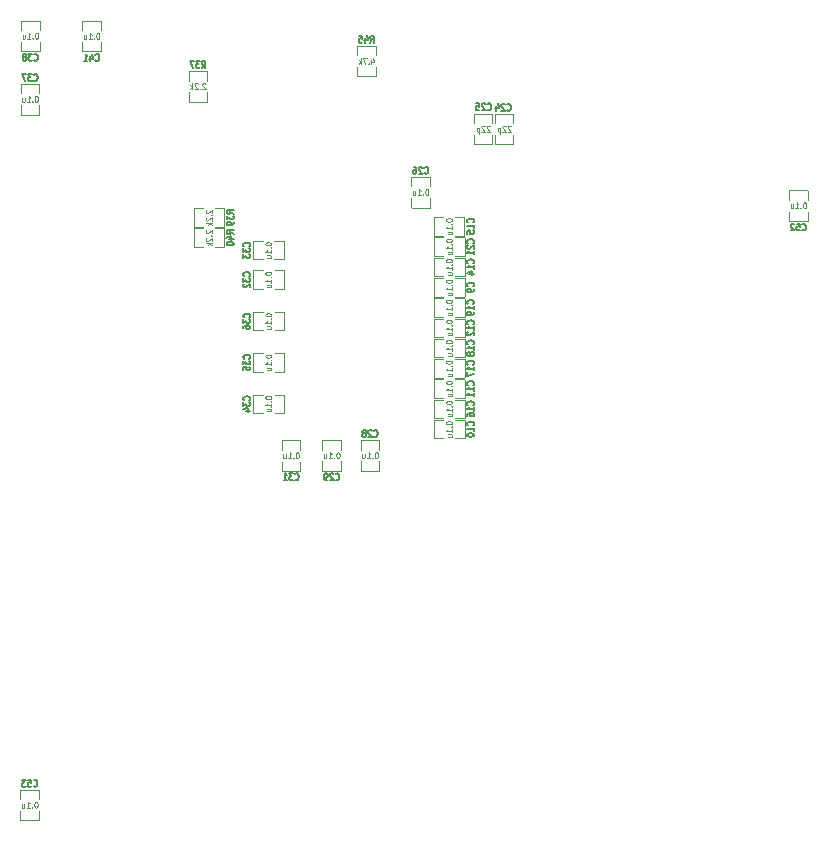
<source format=gbo>
G04 #@! TF.GenerationSoftware,KiCad,Pcbnew,5.1.6+dfsg1-1*
G04 #@! TF.CreationDate,2020-08-04T21:27:51+03:00*
G04 #@! TF.ProjectId,isl_board,69736c5f-626f-4617-9264-2e6b69636164,rev?*
G04 #@! TF.SameCoordinates,Original*
G04 #@! TF.FileFunction,Legend,Bot*
G04 #@! TF.FilePolarity,Positive*
%FSLAX46Y46*%
G04 Gerber Fmt 4.6, Leading zero omitted, Abs format (unit mm)*
G04 Created by KiCad (PCBNEW 5.1.6+dfsg1-1) date 2020-08-04 21:27:51*
%MOMM*%
%LPD*%
G01*
G04 APERTURE LIST*
%ADD10C,0.119380*%
%ADD11C,0.127000*%
%ADD12C,0.114300*%
G04 APERTURE END LIST*
D10*
X24712000Y-95429680D02*
X23188000Y-95429680D01*
X23188000Y-98010320D02*
X24712000Y-98010320D01*
X23165140Y-95437300D02*
X23165140Y-96219620D01*
X23165140Y-97220380D02*
X23165140Y-98002700D01*
X24734860Y-96219620D02*
X24734860Y-95437300D01*
X24734860Y-97220380D02*
X24734860Y-98002700D01*
X88235140Y-45479620D02*
X88235140Y-44697300D01*
X88235140Y-46480380D02*
X88235140Y-47262700D01*
X89804860Y-45479620D02*
X89804860Y-44697300D01*
X89804860Y-47262700D02*
X89804860Y-46480380D01*
X89782000Y-44689680D02*
X88258000Y-44689680D01*
X88258000Y-47270320D02*
X89782000Y-47270320D01*
X58979620Y-53674860D02*
X58197300Y-53674860D01*
X59980380Y-53674860D02*
X60762700Y-53674860D01*
X58979620Y-52105140D02*
X58197300Y-52105140D01*
X60762700Y-52105140D02*
X59980380Y-52105140D01*
X58189680Y-52128000D02*
X58189680Y-53652000D01*
X60770320Y-53652000D02*
X60770320Y-52128000D01*
X58979620Y-65684860D02*
X58197300Y-65684860D01*
X59980380Y-65684860D02*
X60762700Y-65684860D01*
X58979620Y-64115140D02*
X58197300Y-64115140D01*
X60762700Y-64115140D02*
X59980380Y-64115140D01*
X58189680Y-64138000D02*
X58189680Y-65662000D01*
X60770320Y-65662000D02*
X60770320Y-64138000D01*
X58979620Y-62254860D02*
X58197300Y-62254860D01*
X59980380Y-62254860D02*
X60762700Y-62254860D01*
X58979620Y-60685140D02*
X58197300Y-60685140D01*
X60762700Y-60685140D02*
X59980380Y-60685140D01*
X58189680Y-60708000D02*
X58189680Y-62232000D01*
X60770320Y-62232000D02*
X60770320Y-60708000D01*
X58979620Y-57104860D02*
X58197300Y-57104860D01*
X59980380Y-57104860D02*
X60762700Y-57104860D01*
X58979620Y-55535140D02*
X58197300Y-55535140D01*
X60762700Y-55535140D02*
X59980380Y-55535140D01*
X58189680Y-55558000D02*
X58189680Y-57082000D01*
X60770320Y-57082000D02*
X60770320Y-55558000D01*
X58979620Y-51954860D02*
X58197300Y-51954860D01*
X59980380Y-51954860D02*
X60762700Y-51954860D01*
X58979620Y-50385140D02*
X58197300Y-50385140D01*
X60762700Y-50385140D02*
X59980380Y-50385140D01*
X58189680Y-50408000D02*
X58189680Y-51932000D01*
X60770320Y-51932000D02*
X60770320Y-50408000D01*
X58969620Y-48504860D02*
X58187300Y-48504860D01*
X59970380Y-48504860D02*
X60752700Y-48504860D01*
X58969620Y-46935140D02*
X58187300Y-46935140D01*
X60752700Y-46935140D02*
X59970380Y-46935140D01*
X58179680Y-46958000D02*
X58179680Y-48482000D01*
X60760320Y-48482000D02*
X60760320Y-46958000D01*
X58979620Y-63964860D02*
X58197300Y-63964860D01*
X59980380Y-63964860D02*
X60762700Y-63964860D01*
X58979620Y-62395140D02*
X58197300Y-62395140D01*
X60762700Y-62395140D02*
X59980380Y-62395140D01*
X58189680Y-62418000D02*
X58189680Y-63942000D01*
X60770320Y-63942000D02*
X60770320Y-62418000D01*
X58979620Y-60534860D02*
X58197300Y-60534860D01*
X59980380Y-60534860D02*
X60762700Y-60534860D01*
X58979620Y-58965140D02*
X58197300Y-58965140D01*
X60762700Y-58965140D02*
X59980380Y-58965140D01*
X58189680Y-58988000D02*
X58189680Y-60512000D01*
X60770320Y-60512000D02*
X60770320Y-58988000D01*
X58979620Y-58814860D02*
X58197300Y-58814860D01*
X59980380Y-58814860D02*
X60762700Y-58814860D01*
X58979620Y-57245140D02*
X58197300Y-57245140D01*
X60762700Y-57245140D02*
X59980380Y-57245140D01*
X58189680Y-57268000D02*
X58189680Y-58792000D01*
X60770320Y-58792000D02*
X60770320Y-57268000D01*
X58979620Y-55384860D02*
X58197300Y-55384860D01*
X59980380Y-55384860D02*
X60762700Y-55384860D01*
X58979620Y-53815140D02*
X58197300Y-53815140D01*
X60762700Y-53815140D02*
X59980380Y-53815140D01*
X58189680Y-53838000D02*
X58189680Y-55362000D01*
X60770320Y-55362000D02*
X60770320Y-53838000D01*
X58979620Y-50234860D02*
X58197300Y-50234860D01*
X59980380Y-50234860D02*
X60762700Y-50234860D01*
X58979620Y-48665140D02*
X58197300Y-48665140D01*
X60762700Y-48665140D02*
X59980380Y-48665140D01*
X58189680Y-48688000D02*
X58189680Y-50212000D01*
X60770320Y-50212000D02*
X60770320Y-48688000D01*
X63335140Y-38979620D02*
X63335140Y-38197300D01*
X63335140Y-39980380D02*
X63335140Y-40762700D01*
X64904860Y-38979620D02*
X64904860Y-38197300D01*
X64904860Y-40762700D02*
X64904860Y-39980380D01*
X64882000Y-38189680D02*
X63358000Y-38189680D01*
X63358000Y-40770320D02*
X64882000Y-40770320D01*
X61555140Y-38979620D02*
X61555140Y-38197300D01*
X61555140Y-39980380D02*
X61555140Y-40762700D01*
X63124860Y-38979620D02*
X63124860Y-38197300D01*
X63124860Y-40762700D02*
X63124860Y-39980380D01*
X63102000Y-38189680D02*
X61578000Y-38189680D01*
X61578000Y-40770320D02*
X63102000Y-40770320D01*
X57824860Y-45340380D02*
X57824860Y-46122700D01*
X57824860Y-44339620D02*
X57824860Y-43557300D01*
X56255140Y-45340380D02*
X56255140Y-46122700D01*
X56255140Y-43557300D02*
X56255140Y-44339620D01*
X56278000Y-46130320D02*
X57802000Y-46130320D01*
X57802000Y-43549680D02*
X56278000Y-43549680D01*
X53544860Y-67630380D02*
X53544860Y-68412700D01*
X53544860Y-66629620D02*
X53544860Y-65847300D01*
X51975140Y-67630380D02*
X51975140Y-68412700D01*
X51975140Y-65847300D02*
X51975140Y-66629620D01*
X51998000Y-68420320D02*
X53522000Y-68420320D01*
X53522000Y-65839680D02*
X51998000Y-65839680D01*
X48735140Y-66629620D02*
X48735140Y-65847300D01*
X48735140Y-67630380D02*
X48735140Y-68412700D01*
X50304860Y-66629620D02*
X50304860Y-65847300D01*
X50304860Y-68412700D02*
X50304860Y-67630380D01*
X50282000Y-65839680D02*
X48758000Y-65839680D01*
X48758000Y-68420320D02*
X50282000Y-68420320D01*
X45295140Y-66639620D02*
X45295140Y-65857300D01*
X45295140Y-67640380D02*
X45295140Y-68422700D01*
X46864860Y-66639620D02*
X46864860Y-65857300D01*
X46864860Y-68422700D02*
X46864860Y-67640380D01*
X46842000Y-65849680D02*
X45318000Y-65849680D01*
X45318000Y-68430320D02*
X46842000Y-68430320D01*
X44680380Y-51455140D02*
X45462700Y-51455140D01*
X43679620Y-51455140D02*
X42897300Y-51455140D01*
X44680380Y-53024860D02*
X45462700Y-53024860D01*
X42897300Y-53024860D02*
X43679620Y-53024860D01*
X45470320Y-53002000D02*
X45470320Y-51478000D01*
X42889680Y-51478000D02*
X42889680Y-53002000D01*
X44670380Y-48955140D02*
X45452700Y-48955140D01*
X43669620Y-48955140D02*
X42887300Y-48955140D01*
X44670380Y-50524860D02*
X45452700Y-50524860D01*
X42887300Y-50524860D02*
X43669620Y-50524860D01*
X45460320Y-50502000D02*
X45460320Y-48978000D01*
X42879680Y-48978000D02*
X42879680Y-50502000D01*
X44680380Y-61965140D02*
X45462700Y-61965140D01*
X43679620Y-61965140D02*
X42897300Y-61965140D01*
X44680380Y-63534860D02*
X45462700Y-63534860D01*
X42897300Y-63534860D02*
X43679620Y-63534860D01*
X45470320Y-63512000D02*
X45470320Y-61988000D01*
X42889680Y-61988000D02*
X42889680Y-63512000D01*
X44680380Y-58465140D02*
X45462700Y-58465140D01*
X43679620Y-58465140D02*
X42897300Y-58465140D01*
X44680380Y-60034860D02*
X45462700Y-60034860D01*
X42897300Y-60034860D02*
X43679620Y-60034860D01*
X45470320Y-60012000D02*
X45470320Y-58488000D01*
X42889680Y-58488000D02*
X42889680Y-60012000D01*
X44680380Y-54965140D02*
X45462700Y-54965140D01*
X43679620Y-54965140D02*
X42897300Y-54965140D01*
X44680380Y-56534860D02*
X45462700Y-56534860D01*
X42897300Y-56534860D02*
X43679620Y-56534860D01*
X45470320Y-56512000D02*
X45470320Y-54988000D01*
X42889680Y-54988000D02*
X42889680Y-56512000D01*
X24754913Y-37473223D02*
X24754913Y-38255543D01*
X24754913Y-36472463D02*
X24754913Y-35690143D01*
X23185193Y-37473223D02*
X23185193Y-38255543D01*
X23185193Y-35690143D02*
X23185193Y-36472463D01*
X23208053Y-38263163D02*
X24732053Y-38263163D01*
X24732053Y-35682523D02*
X23208053Y-35682523D01*
X23215193Y-31102463D02*
X23215193Y-30320143D01*
X23215193Y-32103223D02*
X23215193Y-32885543D01*
X24784913Y-31102463D02*
X24784913Y-30320143D01*
X24784913Y-32885543D02*
X24784913Y-32103223D01*
X24762053Y-30312523D02*
X23238053Y-30312523D01*
X23238053Y-32893163D02*
X24762053Y-32893163D01*
X28405193Y-31122463D02*
X28405193Y-30340143D01*
X28405193Y-32123223D02*
X28405193Y-32905543D01*
X29974913Y-31122463D02*
X29974913Y-30340143D01*
X29974913Y-32905543D02*
X29974913Y-32123223D01*
X29952053Y-30332523D02*
X28428053Y-30332523D01*
X28428053Y-32913163D02*
X29952053Y-32913163D01*
X38952000Y-34591680D02*
X37428000Y-34591680D01*
X37428000Y-37172320D02*
X38952000Y-37172320D01*
X37405140Y-34599300D02*
X37405140Y-35381620D01*
X37405140Y-36382380D02*
X37405140Y-37164700D01*
X38974860Y-35381620D02*
X38974860Y-34599300D01*
X38974860Y-36382380D02*
X38974860Y-37164700D01*
X38619620Y-47754860D02*
X37837300Y-47754860D01*
X39620380Y-47754860D02*
X40402700Y-47754860D01*
X38619620Y-46185140D02*
X37837300Y-46185140D01*
X40402700Y-46185140D02*
X39620380Y-46185140D01*
X37829680Y-46208000D02*
X37829680Y-47732000D01*
X40410320Y-47732000D02*
X40410320Y-46208000D01*
X38629620Y-49474860D02*
X37847300Y-49474860D01*
X39630380Y-49474860D02*
X40412700Y-49474860D01*
X38629620Y-47905140D02*
X37847300Y-47905140D01*
X40412700Y-47905140D02*
X39630380Y-47905140D01*
X37839680Y-47928000D02*
X37839680Y-49452000D01*
X40420320Y-49452000D02*
X40420320Y-47928000D01*
X53244860Y-34240380D02*
X53244860Y-35022700D01*
X53244860Y-33239620D02*
X53244860Y-32457300D01*
X51675140Y-34240380D02*
X51675140Y-35022700D01*
X51675140Y-32457300D02*
X51675140Y-33239620D01*
X51698000Y-35030320D02*
X53222000Y-35030320D01*
X53222000Y-32449680D02*
X51698000Y-32449680D01*
D11*
X24276571Y-95099842D02*
X24300761Y-95127661D01*
X24373333Y-95155480D01*
X24421714Y-95155480D01*
X24494285Y-95127661D01*
X24542666Y-95072023D01*
X24566857Y-95016385D01*
X24591047Y-94905109D01*
X24591047Y-94821652D01*
X24566857Y-94710376D01*
X24542666Y-94654738D01*
X24494285Y-94599100D01*
X24421714Y-94571280D01*
X24373333Y-94571280D01*
X24300761Y-94599100D01*
X24276571Y-94626919D01*
X23816952Y-94571280D02*
X24058857Y-94571280D01*
X24083047Y-94849471D01*
X24058857Y-94821652D01*
X24010476Y-94793833D01*
X23889523Y-94793833D01*
X23841142Y-94821652D01*
X23816952Y-94849471D01*
X23792761Y-94905109D01*
X23792761Y-95044204D01*
X23816952Y-95099842D01*
X23841142Y-95127661D01*
X23889523Y-95155480D01*
X24010476Y-95155480D01*
X24058857Y-95127661D01*
X24083047Y-95099842D01*
X23623428Y-94571280D02*
X23308952Y-94571280D01*
X23478285Y-94793833D01*
X23405714Y-94793833D01*
X23357333Y-94821652D01*
X23333142Y-94849471D01*
X23308952Y-94905109D01*
X23308952Y-95044204D01*
X23333142Y-95099842D01*
X23357333Y-95127661D01*
X23405714Y-95155480D01*
X23550857Y-95155480D01*
X23599238Y-95127661D01*
X23623428Y-95099842D01*
D12*
X24505171Y-96441809D02*
X24461628Y-96441809D01*
X24418085Y-96466000D01*
X24396314Y-96490190D01*
X24374542Y-96538571D01*
X24352771Y-96635333D01*
X24352771Y-96756285D01*
X24374542Y-96853047D01*
X24396314Y-96901428D01*
X24418085Y-96925619D01*
X24461628Y-96949809D01*
X24505171Y-96949809D01*
X24548714Y-96925619D01*
X24570485Y-96901428D01*
X24592257Y-96853047D01*
X24614028Y-96756285D01*
X24614028Y-96635333D01*
X24592257Y-96538571D01*
X24570485Y-96490190D01*
X24548714Y-96466000D01*
X24505171Y-96441809D01*
X24156828Y-96901428D02*
X24135057Y-96925619D01*
X24156828Y-96949809D01*
X24178600Y-96925619D01*
X24156828Y-96901428D01*
X24156828Y-96949809D01*
X23699628Y-96949809D02*
X23960885Y-96949809D01*
X23830257Y-96949809D02*
X23830257Y-96441809D01*
X23873800Y-96514380D01*
X23917342Y-96562761D01*
X23960885Y-96586952D01*
X23307742Y-96611142D02*
X23307742Y-96949809D01*
X23503685Y-96611142D02*
X23503685Y-96877238D01*
X23481914Y-96925619D01*
X23438371Y-96949809D01*
X23373057Y-96949809D01*
X23329514Y-96925619D01*
X23307742Y-96901428D01*
D11*
X89346571Y-48017442D02*
X89370761Y-48045261D01*
X89443333Y-48073080D01*
X89491714Y-48073080D01*
X89564285Y-48045261D01*
X89612666Y-47989623D01*
X89636857Y-47933985D01*
X89661047Y-47822709D01*
X89661047Y-47739252D01*
X89636857Y-47627976D01*
X89612666Y-47572338D01*
X89564285Y-47516700D01*
X89491714Y-47488880D01*
X89443333Y-47488880D01*
X89370761Y-47516700D01*
X89346571Y-47544519D01*
X88886952Y-47488880D02*
X89128857Y-47488880D01*
X89153047Y-47767071D01*
X89128857Y-47739252D01*
X89080476Y-47711433D01*
X88959523Y-47711433D01*
X88911142Y-47739252D01*
X88886952Y-47767071D01*
X88862761Y-47822709D01*
X88862761Y-47961804D01*
X88886952Y-48017442D01*
X88911142Y-48045261D01*
X88959523Y-48073080D01*
X89080476Y-48073080D01*
X89128857Y-48045261D01*
X89153047Y-48017442D01*
X88669238Y-47544519D02*
X88645047Y-47516700D01*
X88596666Y-47488880D01*
X88475714Y-47488880D01*
X88427333Y-47516700D01*
X88403142Y-47544519D01*
X88378952Y-47600157D01*
X88378952Y-47655795D01*
X88403142Y-47739252D01*
X88693428Y-48073080D01*
X88378952Y-48073080D01*
D12*
X89575171Y-45701809D02*
X89531628Y-45701809D01*
X89488085Y-45726000D01*
X89466314Y-45750190D01*
X89444542Y-45798571D01*
X89422771Y-45895333D01*
X89422771Y-46016285D01*
X89444542Y-46113047D01*
X89466314Y-46161428D01*
X89488085Y-46185619D01*
X89531628Y-46209809D01*
X89575171Y-46209809D01*
X89618714Y-46185619D01*
X89640485Y-46161428D01*
X89662257Y-46113047D01*
X89684028Y-46016285D01*
X89684028Y-45895333D01*
X89662257Y-45798571D01*
X89640485Y-45750190D01*
X89618714Y-45726000D01*
X89575171Y-45701809D01*
X89226828Y-46161428D02*
X89205057Y-46185619D01*
X89226828Y-46209809D01*
X89248600Y-46185619D01*
X89226828Y-46161428D01*
X89226828Y-46209809D01*
X88769628Y-46209809D02*
X89030885Y-46209809D01*
X88900257Y-46209809D02*
X88900257Y-45701809D01*
X88943800Y-45774380D01*
X88987342Y-45822761D01*
X89030885Y-45846952D01*
X88377742Y-45871142D02*
X88377742Y-46209809D01*
X88573685Y-45871142D02*
X88573685Y-46137238D01*
X88551914Y-46185619D01*
X88508371Y-46209809D01*
X88443057Y-46209809D01*
X88399514Y-46185619D01*
X88377742Y-46161428D01*
D11*
X61517442Y-52805333D02*
X61545261Y-52781142D01*
X61573080Y-52708571D01*
X61573080Y-52660190D01*
X61545261Y-52587619D01*
X61489623Y-52539238D01*
X61433985Y-52515047D01*
X61322709Y-52490857D01*
X61239252Y-52490857D01*
X61127976Y-52515047D01*
X61072338Y-52539238D01*
X61016700Y-52587619D01*
X60988880Y-52660190D01*
X60988880Y-52708571D01*
X61016700Y-52781142D01*
X61044519Y-52805333D01*
X61573080Y-53047238D02*
X61573080Y-53144000D01*
X61545261Y-53192380D01*
X61517442Y-53216571D01*
X61433985Y-53264952D01*
X61322709Y-53289142D01*
X61100157Y-53289142D01*
X61044519Y-53264952D01*
X61016700Y-53240761D01*
X60988880Y-53192380D01*
X60988880Y-53095619D01*
X61016700Y-53047238D01*
X61044519Y-53023047D01*
X61100157Y-52998857D01*
X61239252Y-52998857D01*
X61294890Y-53023047D01*
X61322709Y-53047238D01*
X61350528Y-53095619D01*
X61350528Y-53192380D01*
X61322709Y-53240761D01*
X61294890Y-53264952D01*
X61239252Y-53289142D01*
D12*
X59201809Y-52334828D02*
X59201809Y-52378371D01*
X59226000Y-52421914D01*
X59250190Y-52443685D01*
X59298571Y-52465457D01*
X59395333Y-52487228D01*
X59516285Y-52487228D01*
X59613047Y-52465457D01*
X59661428Y-52443685D01*
X59685619Y-52421914D01*
X59709809Y-52378371D01*
X59709809Y-52334828D01*
X59685619Y-52291285D01*
X59661428Y-52269514D01*
X59613047Y-52247742D01*
X59516285Y-52225971D01*
X59395333Y-52225971D01*
X59298571Y-52247742D01*
X59250190Y-52269514D01*
X59226000Y-52291285D01*
X59201809Y-52334828D01*
X59661428Y-52683171D02*
X59685619Y-52704942D01*
X59709809Y-52683171D01*
X59685619Y-52661400D01*
X59661428Y-52683171D01*
X59709809Y-52683171D01*
X59709809Y-53140371D02*
X59709809Y-52879114D01*
X59709809Y-53009742D02*
X59201809Y-53009742D01*
X59274380Y-52966200D01*
X59322761Y-52922657D01*
X59346952Y-52879114D01*
X59371142Y-53532257D02*
X59709809Y-53532257D01*
X59371142Y-53336314D02*
X59637238Y-53336314D01*
X59685619Y-53358085D01*
X59709809Y-53401628D01*
X59709809Y-53466942D01*
X59685619Y-53510485D01*
X59661428Y-53532257D01*
D11*
X61517442Y-64573428D02*
X61545261Y-64549238D01*
X61573080Y-64476666D01*
X61573080Y-64428285D01*
X61545261Y-64355714D01*
X61489623Y-64307333D01*
X61433985Y-64283142D01*
X61322709Y-64258952D01*
X61239252Y-64258952D01*
X61127976Y-64283142D01*
X61072338Y-64307333D01*
X61016700Y-64355714D01*
X60988880Y-64428285D01*
X60988880Y-64476666D01*
X61016700Y-64549238D01*
X61044519Y-64573428D01*
X61573080Y-65057238D02*
X61573080Y-64766952D01*
X61573080Y-64912095D02*
X60988880Y-64912095D01*
X61072338Y-64863714D01*
X61127976Y-64815333D01*
X61155795Y-64766952D01*
X60988880Y-65371714D02*
X60988880Y-65420095D01*
X61016700Y-65468476D01*
X61044519Y-65492666D01*
X61100157Y-65516857D01*
X61211433Y-65541047D01*
X61350528Y-65541047D01*
X61461804Y-65516857D01*
X61517442Y-65492666D01*
X61545261Y-65468476D01*
X61573080Y-65420095D01*
X61573080Y-65371714D01*
X61545261Y-65323333D01*
X61517442Y-65299142D01*
X61461804Y-65274952D01*
X61350528Y-65250761D01*
X61211433Y-65250761D01*
X61100157Y-65274952D01*
X61044519Y-65299142D01*
X61016700Y-65323333D01*
X60988880Y-65371714D01*
D12*
X59201809Y-64344828D02*
X59201809Y-64388371D01*
X59226000Y-64431914D01*
X59250190Y-64453685D01*
X59298571Y-64475457D01*
X59395333Y-64497228D01*
X59516285Y-64497228D01*
X59613047Y-64475457D01*
X59661428Y-64453685D01*
X59685619Y-64431914D01*
X59709809Y-64388371D01*
X59709809Y-64344828D01*
X59685619Y-64301285D01*
X59661428Y-64279514D01*
X59613047Y-64257742D01*
X59516285Y-64235971D01*
X59395333Y-64235971D01*
X59298571Y-64257742D01*
X59250190Y-64279514D01*
X59226000Y-64301285D01*
X59201809Y-64344828D01*
X59661428Y-64693171D02*
X59685619Y-64714942D01*
X59709809Y-64693171D01*
X59685619Y-64671400D01*
X59661428Y-64693171D01*
X59709809Y-64693171D01*
X59709809Y-65150371D02*
X59709809Y-64889114D01*
X59709809Y-65019742D02*
X59201809Y-65019742D01*
X59274380Y-64976200D01*
X59322761Y-64932657D01*
X59346952Y-64889114D01*
X59371142Y-65542257D02*
X59709809Y-65542257D01*
X59371142Y-65346314D02*
X59637238Y-65346314D01*
X59685619Y-65368085D01*
X59709809Y-65411628D01*
X59709809Y-65476942D01*
X59685619Y-65520485D01*
X59661428Y-65542257D01*
D11*
X61517442Y-61143428D02*
X61545261Y-61119238D01*
X61573080Y-61046666D01*
X61573080Y-60998285D01*
X61545261Y-60925714D01*
X61489623Y-60877333D01*
X61433985Y-60853142D01*
X61322709Y-60828952D01*
X61239252Y-60828952D01*
X61127976Y-60853142D01*
X61072338Y-60877333D01*
X61016700Y-60925714D01*
X60988880Y-60998285D01*
X60988880Y-61046666D01*
X61016700Y-61119238D01*
X61044519Y-61143428D01*
X61573080Y-61627238D02*
X61573080Y-61336952D01*
X61573080Y-61482095D02*
X60988880Y-61482095D01*
X61072338Y-61433714D01*
X61127976Y-61385333D01*
X61155795Y-61336952D01*
X61573080Y-62111047D02*
X61573080Y-61820761D01*
X61573080Y-61965904D02*
X60988880Y-61965904D01*
X61072338Y-61917523D01*
X61127976Y-61869142D01*
X61155795Y-61820761D01*
D12*
X59201809Y-60914828D02*
X59201809Y-60958371D01*
X59226000Y-61001914D01*
X59250190Y-61023685D01*
X59298571Y-61045457D01*
X59395333Y-61067228D01*
X59516285Y-61067228D01*
X59613047Y-61045457D01*
X59661428Y-61023685D01*
X59685619Y-61001914D01*
X59709809Y-60958371D01*
X59709809Y-60914828D01*
X59685619Y-60871285D01*
X59661428Y-60849514D01*
X59613047Y-60827742D01*
X59516285Y-60805971D01*
X59395333Y-60805971D01*
X59298571Y-60827742D01*
X59250190Y-60849514D01*
X59226000Y-60871285D01*
X59201809Y-60914828D01*
X59661428Y-61263171D02*
X59685619Y-61284942D01*
X59709809Y-61263171D01*
X59685619Y-61241400D01*
X59661428Y-61263171D01*
X59709809Y-61263171D01*
X59709809Y-61720371D02*
X59709809Y-61459114D01*
X59709809Y-61589742D02*
X59201809Y-61589742D01*
X59274380Y-61546200D01*
X59322761Y-61502657D01*
X59346952Y-61459114D01*
X59371142Y-62112257D02*
X59709809Y-62112257D01*
X59371142Y-61916314D02*
X59637238Y-61916314D01*
X59685619Y-61938085D01*
X59709809Y-61981628D01*
X59709809Y-62046942D01*
X59685619Y-62090485D01*
X59661428Y-62112257D01*
D11*
X61517442Y-55993428D02*
X61545261Y-55969238D01*
X61573080Y-55896666D01*
X61573080Y-55848285D01*
X61545261Y-55775714D01*
X61489623Y-55727333D01*
X61433985Y-55703142D01*
X61322709Y-55678952D01*
X61239252Y-55678952D01*
X61127976Y-55703142D01*
X61072338Y-55727333D01*
X61016700Y-55775714D01*
X60988880Y-55848285D01*
X60988880Y-55896666D01*
X61016700Y-55969238D01*
X61044519Y-55993428D01*
X61573080Y-56477238D02*
X61573080Y-56186952D01*
X61573080Y-56332095D02*
X60988880Y-56332095D01*
X61072338Y-56283714D01*
X61127976Y-56235333D01*
X61155795Y-56186952D01*
X61044519Y-56670761D02*
X61016700Y-56694952D01*
X60988880Y-56743333D01*
X60988880Y-56864285D01*
X61016700Y-56912666D01*
X61044519Y-56936857D01*
X61100157Y-56961047D01*
X61155795Y-56961047D01*
X61239252Y-56936857D01*
X61573080Y-56646571D01*
X61573080Y-56961047D01*
D12*
X59201809Y-55764828D02*
X59201809Y-55808371D01*
X59226000Y-55851914D01*
X59250190Y-55873685D01*
X59298571Y-55895457D01*
X59395333Y-55917228D01*
X59516285Y-55917228D01*
X59613047Y-55895457D01*
X59661428Y-55873685D01*
X59685619Y-55851914D01*
X59709809Y-55808371D01*
X59709809Y-55764828D01*
X59685619Y-55721285D01*
X59661428Y-55699514D01*
X59613047Y-55677742D01*
X59516285Y-55655971D01*
X59395333Y-55655971D01*
X59298571Y-55677742D01*
X59250190Y-55699514D01*
X59226000Y-55721285D01*
X59201809Y-55764828D01*
X59661428Y-56113171D02*
X59685619Y-56134942D01*
X59709809Y-56113171D01*
X59685619Y-56091400D01*
X59661428Y-56113171D01*
X59709809Y-56113171D01*
X59709809Y-56570371D02*
X59709809Y-56309114D01*
X59709809Y-56439742D02*
X59201809Y-56439742D01*
X59274380Y-56396200D01*
X59322761Y-56352657D01*
X59346952Y-56309114D01*
X59371142Y-56962257D02*
X59709809Y-56962257D01*
X59371142Y-56766314D02*
X59637238Y-56766314D01*
X59685619Y-56788085D01*
X59709809Y-56831628D01*
X59709809Y-56896942D01*
X59685619Y-56940485D01*
X59661428Y-56962257D01*
D11*
X61517442Y-50843428D02*
X61545261Y-50819238D01*
X61573080Y-50746666D01*
X61573080Y-50698285D01*
X61545261Y-50625714D01*
X61489623Y-50577333D01*
X61433985Y-50553142D01*
X61322709Y-50528952D01*
X61239252Y-50528952D01*
X61127976Y-50553142D01*
X61072338Y-50577333D01*
X61016700Y-50625714D01*
X60988880Y-50698285D01*
X60988880Y-50746666D01*
X61016700Y-50819238D01*
X61044519Y-50843428D01*
X61573080Y-51327238D02*
X61573080Y-51036952D01*
X61573080Y-51182095D02*
X60988880Y-51182095D01*
X61072338Y-51133714D01*
X61127976Y-51085333D01*
X61155795Y-51036952D01*
X61183614Y-51762666D02*
X61573080Y-51762666D01*
X60961061Y-51641714D02*
X61378347Y-51520761D01*
X61378347Y-51835238D01*
D12*
X59201809Y-50614828D02*
X59201809Y-50658371D01*
X59226000Y-50701914D01*
X59250190Y-50723685D01*
X59298571Y-50745457D01*
X59395333Y-50767228D01*
X59516285Y-50767228D01*
X59613047Y-50745457D01*
X59661428Y-50723685D01*
X59685619Y-50701914D01*
X59709809Y-50658371D01*
X59709809Y-50614828D01*
X59685619Y-50571285D01*
X59661428Y-50549514D01*
X59613047Y-50527742D01*
X59516285Y-50505971D01*
X59395333Y-50505971D01*
X59298571Y-50527742D01*
X59250190Y-50549514D01*
X59226000Y-50571285D01*
X59201809Y-50614828D01*
X59661428Y-50963171D02*
X59685619Y-50984942D01*
X59709809Y-50963171D01*
X59685619Y-50941400D01*
X59661428Y-50963171D01*
X59709809Y-50963171D01*
X59709809Y-51420371D02*
X59709809Y-51159114D01*
X59709809Y-51289742D02*
X59201809Y-51289742D01*
X59274380Y-51246200D01*
X59322761Y-51202657D01*
X59346952Y-51159114D01*
X59371142Y-51812257D02*
X59709809Y-51812257D01*
X59371142Y-51616314D02*
X59637238Y-51616314D01*
X59685619Y-51638085D01*
X59709809Y-51681628D01*
X59709809Y-51746942D01*
X59685619Y-51790485D01*
X59661428Y-51812257D01*
D11*
X61507442Y-47393428D02*
X61535261Y-47369238D01*
X61563080Y-47296666D01*
X61563080Y-47248285D01*
X61535261Y-47175714D01*
X61479623Y-47127333D01*
X61423985Y-47103142D01*
X61312709Y-47078952D01*
X61229252Y-47078952D01*
X61117976Y-47103142D01*
X61062338Y-47127333D01*
X61006700Y-47175714D01*
X60978880Y-47248285D01*
X60978880Y-47296666D01*
X61006700Y-47369238D01*
X61034519Y-47393428D01*
X61563080Y-47877238D02*
X61563080Y-47586952D01*
X61563080Y-47732095D02*
X60978880Y-47732095D01*
X61062338Y-47683714D01*
X61117976Y-47635333D01*
X61145795Y-47586952D01*
X60978880Y-48336857D02*
X60978880Y-48094952D01*
X61257071Y-48070761D01*
X61229252Y-48094952D01*
X61201433Y-48143333D01*
X61201433Y-48264285D01*
X61229252Y-48312666D01*
X61257071Y-48336857D01*
X61312709Y-48361047D01*
X61451804Y-48361047D01*
X61507442Y-48336857D01*
X61535261Y-48312666D01*
X61563080Y-48264285D01*
X61563080Y-48143333D01*
X61535261Y-48094952D01*
X61507442Y-48070761D01*
D12*
X59191809Y-47164828D02*
X59191809Y-47208371D01*
X59216000Y-47251914D01*
X59240190Y-47273685D01*
X59288571Y-47295457D01*
X59385333Y-47317228D01*
X59506285Y-47317228D01*
X59603047Y-47295457D01*
X59651428Y-47273685D01*
X59675619Y-47251914D01*
X59699809Y-47208371D01*
X59699809Y-47164828D01*
X59675619Y-47121285D01*
X59651428Y-47099514D01*
X59603047Y-47077742D01*
X59506285Y-47055971D01*
X59385333Y-47055971D01*
X59288571Y-47077742D01*
X59240190Y-47099514D01*
X59216000Y-47121285D01*
X59191809Y-47164828D01*
X59651428Y-47513171D02*
X59675619Y-47534942D01*
X59699809Y-47513171D01*
X59675619Y-47491400D01*
X59651428Y-47513171D01*
X59699809Y-47513171D01*
X59699809Y-47970371D02*
X59699809Y-47709114D01*
X59699809Y-47839742D02*
X59191809Y-47839742D01*
X59264380Y-47796200D01*
X59312761Y-47752657D01*
X59336952Y-47709114D01*
X59361142Y-48362257D02*
X59699809Y-48362257D01*
X59361142Y-48166314D02*
X59627238Y-48166314D01*
X59675619Y-48188085D01*
X59699809Y-48231628D01*
X59699809Y-48296942D01*
X59675619Y-48340485D01*
X59651428Y-48362257D01*
D11*
X61517442Y-62853428D02*
X61545261Y-62829238D01*
X61573080Y-62756666D01*
X61573080Y-62708285D01*
X61545261Y-62635714D01*
X61489623Y-62587333D01*
X61433985Y-62563142D01*
X61322709Y-62538952D01*
X61239252Y-62538952D01*
X61127976Y-62563142D01*
X61072338Y-62587333D01*
X61016700Y-62635714D01*
X60988880Y-62708285D01*
X60988880Y-62756666D01*
X61016700Y-62829238D01*
X61044519Y-62853428D01*
X61573080Y-63337238D02*
X61573080Y-63046952D01*
X61573080Y-63192095D02*
X60988880Y-63192095D01*
X61072338Y-63143714D01*
X61127976Y-63095333D01*
X61155795Y-63046952D01*
X60988880Y-63772666D02*
X60988880Y-63675904D01*
X61016700Y-63627523D01*
X61044519Y-63603333D01*
X61127976Y-63554952D01*
X61239252Y-63530761D01*
X61461804Y-63530761D01*
X61517442Y-63554952D01*
X61545261Y-63579142D01*
X61573080Y-63627523D01*
X61573080Y-63724285D01*
X61545261Y-63772666D01*
X61517442Y-63796857D01*
X61461804Y-63821047D01*
X61322709Y-63821047D01*
X61267071Y-63796857D01*
X61239252Y-63772666D01*
X61211433Y-63724285D01*
X61211433Y-63627523D01*
X61239252Y-63579142D01*
X61267071Y-63554952D01*
X61322709Y-63530761D01*
D12*
X59201809Y-62624828D02*
X59201809Y-62668371D01*
X59226000Y-62711914D01*
X59250190Y-62733685D01*
X59298571Y-62755457D01*
X59395333Y-62777228D01*
X59516285Y-62777228D01*
X59613047Y-62755457D01*
X59661428Y-62733685D01*
X59685619Y-62711914D01*
X59709809Y-62668371D01*
X59709809Y-62624828D01*
X59685619Y-62581285D01*
X59661428Y-62559514D01*
X59613047Y-62537742D01*
X59516285Y-62515971D01*
X59395333Y-62515971D01*
X59298571Y-62537742D01*
X59250190Y-62559514D01*
X59226000Y-62581285D01*
X59201809Y-62624828D01*
X59661428Y-62973171D02*
X59685619Y-62994942D01*
X59709809Y-62973171D01*
X59685619Y-62951400D01*
X59661428Y-62973171D01*
X59709809Y-62973171D01*
X59709809Y-63430371D02*
X59709809Y-63169114D01*
X59709809Y-63299742D02*
X59201809Y-63299742D01*
X59274380Y-63256200D01*
X59322761Y-63212657D01*
X59346952Y-63169114D01*
X59371142Y-63822257D02*
X59709809Y-63822257D01*
X59371142Y-63626314D02*
X59637238Y-63626314D01*
X59685619Y-63648085D01*
X59709809Y-63691628D01*
X59709809Y-63756942D01*
X59685619Y-63800485D01*
X59661428Y-63822257D01*
D11*
X61517442Y-59423428D02*
X61545261Y-59399238D01*
X61573080Y-59326666D01*
X61573080Y-59278285D01*
X61545261Y-59205714D01*
X61489623Y-59157333D01*
X61433985Y-59133142D01*
X61322709Y-59108952D01*
X61239252Y-59108952D01*
X61127976Y-59133142D01*
X61072338Y-59157333D01*
X61016700Y-59205714D01*
X60988880Y-59278285D01*
X60988880Y-59326666D01*
X61016700Y-59399238D01*
X61044519Y-59423428D01*
X61573080Y-59907238D02*
X61573080Y-59616952D01*
X61573080Y-59762095D02*
X60988880Y-59762095D01*
X61072338Y-59713714D01*
X61127976Y-59665333D01*
X61155795Y-59616952D01*
X60988880Y-60076571D02*
X60988880Y-60415238D01*
X61573080Y-60197523D01*
D12*
X59201809Y-59194828D02*
X59201809Y-59238371D01*
X59226000Y-59281914D01*
X59250190Y-59303685D01*
X59298571Y-59325457D01*
X59395333Y-59347228D01*
X59516285Y-59347228D01*
X59613047Y-59325457D01*
X59661428Y-59303685D01*
X59685619Y-59281914D01*
X59709809Y-59238371D01*
X59709809Y-59194828D01*
X59685619Y-59151285D01*
X59661428Y-59129514D01*
X59613047Y-59107742D01*
X59516285Y-59085971D01*
X59395333Y-59085971D01*
X59298571Y-59107742D01*
X59250190Y-59129514D01*
X59226000Y-59151285D01*
X59201809Y-59194828D01*
X59661428Y-59543171D02*
X59685619Y-59564942D01*
X59709809Y-59543171D01*
X59685619Y-59521400D01*
X59661428Y-59543171D01*
X59709809Y-59543171D01*
X59709809Y-60000371D02*
X59709809Y-59739114D01*
X59709809Y-59869742D02*
X59201809Y-59869742D01*
X59274380Y-59826200D01*
X59322761Y-59782657D01*
X59346952Y-59739114D01*
X59371142Y-60392257D02*
X59709809Y-60392257D01*
X59371142Y-60196314D02*
X59637238Y-60196314D01*
X59685619Y-60218085D01*
X59709809Y-60261628D01*
X59709809Y-60326942D01*
X59685619Y-60370485D01*
X59661428Y-60392257D01*
D11*
X61517442Y-57703428D02*
X61545261Y-57679238D01*
X61573080Y-57606666D01*
X61573080Y-57558285D01*
X61545261Y-57485714D01*
X61489623Y-57437333D01*
X61433985Y-57413142D01*
X61322709Y-57388952D01*
X61239252Y-57388952D01*
X61127976Y-57413142D01*
X61072338Y-57437333D01*
X61016700Y-57485714D01*
X60988880Y-57558285D01*
X60988880Y-57606666D01*
X61016700Y-57679238D01*
X61044519Y-57703428D01*
X61573080Y-58187238D02*
X61573080Y-57896952D01*
X61573080Y-58042095D02*
X60988880Y-58042095D01*
X61072338Y-57993714D01*
X61127976Y-57945333D01*
X61155795Y-57896952D01*
X61239252Y-58477523D02*
X61211433Y-58429142D01*
X61183614Y-58404952D01*
X61127976Y-58380761D01*
X61100157Y-58380761D01*
X61044519Y-58404952D01*
X61016700Y-58429142D01*
X60988880Y-58477523D01*
X60988880Y-58574285D01*
X61016700Y-58622666D01*
X61044519Y-58646857D01*
X61100157Y-58671047D01*
X61127976Y-58671047D01*
X61183614Y-58646857D01*
X61211433Y-58622666D01*
X61239252Y-58574285D01*
X61239252Y-58477523D01*
X61267071Y-58429142D01*
X61294890Y-58404952D01*
X61350528Y-58380761D01*
X61461804Y-58380761D01*
X61517442Y-58404952D01*
X61545261Y-58429142D01*
X61573080Y-58477523D01*
X61573080Y-58574285D01*
X61545261Y-58622666D01*
X61517442Y-58646857D01*
X61461804Y-58671047D01*
X61350528Y-58671047D01*
X61294890Y-58646857D01*
X61267071Y-58622666D01*
X61239252Y-58574285D01*
D12*
X59201809Y-57474828D02*
X59201809Y-57518371D01*
X59226000Y-57561914D01*
X59250190Y-57583685D01*
X59298571Y-57605457D01*
X59395333Y-57627228D01*
X59516285Y-57627228D01*
X59613047Y-57605457D01*
X59661428Y-57583685D01*
X59685619Y-57561914D01*
X59709809Y-57518371D01*
X59709809Y-57474828D01*
X59685619Y-57431285D01*
X59661428Y-57409514D01*
X59613047Y-57387742D01*
X59516285Y-57365971D01*
X59395333Y-57365971D01*
X59298571Y-57387742D01*
X59250190Y-57409514D01*
X59226000Y-57431285D01*
X59201809Y-57474828D01*
X59661428Y-57823171D02*
X59685619Y-57844942D01*
X59709809Y-57823171D01*
X59685619Y-57801400D01*
X59661428Y-57823171D01*
X59709809Y-57823171D01*
X59709809Y-58280371D02*
X59709809Y-58019114D01*
X59709809Y-58149742D02*
X59201809Y-58149742D01*
X59274380Y-58106200D01*
X59322761Y-58062657D01*
X59346952Y-58019114D01*
X59371142Y-58672257D02*
X59709809Y-58672257D01*
X59371142Y-58476314D02*
X59637238Y-58476314D01*
X59685619Y-58498085D01*
X59709809Y-58541628D01*
X59709809Y-58606942D01*
X59685619Y-58650485D01*
X59661428Y-58672257D01*
D11*
X61517442Y-54273428D02*
X61545261Y-54249238D01*
X61573080Y-54176666D01*
X61573080Y-54128285D01*
X61545261Y-54055714D01*
X61489623Y-54007333D01*
X61433985Y-53983142D01*
X61322709Y-53958952D01*
X61239252Y-53958952D01*
X61127976Y-53983142D01*
X61072338Y-54007333D01*
X61016700Y-54055714D01*
X60988880Y-54128285D01*
X60988880Y-54176666D01*
X61016700Y-54249238D01*
X61044519Y-54273428D01*
X61573080Y-54757238D02*
X61573080Y-54466952D01*
X61573080Y-54612095D02*
X60988880Y-54612095D01*
X61072338Y-54563714D01*
X61127976Y-54515333D01*
X61155795Y-54466952D01*
X61573080Y-54999142D02*
X61573080Y-55095904D01*
X61545261Y-55144285D01*
X61517442Y-55168476D01*
X61433985Y-55216857D01*
X61322709Y-55241047D01*
X61100157Y-55241047D01*
X61044519Y-55216857D01*
X61016700Y-55192666D01*
X60988880Y-55144285D01*
X60988880Y-55047523D01*
X61016700Y-54999142D01*
X61044519Y-54974952D01*
X61100157Y-54950761D01*
X61239252Y-54950761D01*
X61294890Y-54974952D01*
X61322709Y-54999142D01*
X61350528Y-55047523D01*
X61350528Y-55144285D01*
X61322709Y-55192666D01*
X61294890Y-55216857D01*
X61239252Y-55241047D01*
D12*
X59201809Y-54044828D02*
X59201809Y-54088371D01*
X59226000Y-54131914D01*
X59250190Y-54153685D01*
X59298571Y-54175457D01*
X59395333Y-54197228D01*
X59516285Y-54197228D01*
X59613047Y-54175457D01*
X59661428Y-54153685D01*
X59685619Y-54131914D01*
X59709809Y-54088371D01*
X59709809Y-54044828D01*
X59685619Y-54001285D01*
X59661428Y-53979514D01*
X59613047Y-53957742D01*
X59516285Y-53935971D01*
X59395333Y-53935971D01*
X59298571Y-53957742D01*
X59250190Y-53979514D01*
X59226000Y-54001285D01*
X59201809Y-54044828D01*
X59661428Y-54393171D02*
X59685619Y-54414942D01*
X59709809Y-54393171D01*
X59685619Y-54371400D01*
X59661428Y-54393171D01*
X59709809Y-54393171D01*
X59709809Y-54850371D02*
X59709809Y-54589114D01*
X59709809Y-54719742D02*
X59201809Y-54719742D01*
X59274380Y-54676200D01*
X59322761Y-54632657D01*
X59346952Y-54589114D01*
X59371142Y-55242257D02*
X59709809Y-55242257D01*
X59371142Y-55046314D02*
X59637238Y-55046314D01*
X59685619Y-55068085D01*
X59709809Y-55111628D01*
X59709809Y-55176942D01*
X59685619Y-55220485D01*
X59661428Y-55242257D01*
D11*
X61517442Y-49123428D02*
X61545261Y-49099238D01*
X61573080Y-49026666D01*
X61573080Y-48978285D01*
X61545261Y-48905714D01*
X61489623Y-48857333D01*
X61433985Y-48833142D01*
X61322709Y-48808952D01*
X61239252Y-48808952D01*
X61127976Y-48833142D01*
X61072338Y-48857333D01*
X61016700Y-48905714D01*
X60988880Y-48978285D01*
X60988880Y-49026666D01*
X61016700Y-49099238D01*
X61044519Y-49123428D01*
X61044519Y-49316952D02*
X61016700Y-49341142D01*
X60988880Y-49389523D01*
X60988880Y-49510476D01*
X61016700Y-49558857D01*
X61044519Y-49583047D01*
X61100157Y-49607238D01*
X61155795Y-49607238D01*
X61239252Y-49583047D01*
X61573080Y-49292761D01*
X61573080Y-49607238D01*
X61573080Y-50091047D02*
X61573080Y-49800761D01*
X61573080Y-49945904D02*
X60988880Y-49945904D01*
X61072338Y-49897523D01*
X61127976Y-49849142D01*
X61155795Y-49800761D01*
D12*
X59201809Y-48894828D02*
X59201809Y-48938371D01*
X59226000Y-48981914D01*
X59250190Y-49003685D01*
X59298571Y-49025457D01*
X59395333Y-49047228D01*
X59516285Y-49047228D01*
X59613047Y-49025457D01*
X59661428Y-49003685D01*
X59685619Y-48981914D01*
X59709809Y-48938371D01*
X59709809Y-48894828D01*
X59685619Y-48851285D01*
X59661428Y-48829514D01*
X59613047Y-48807742D01*
X59516285Y-48785971D01*
X59395333Y-48785971D01*
X59298571Y-48807742D01*
X59250190Y-48829514D01*
X59226000Y-48851285D01*
X59201809Y-48894828D01*
X59661428Y-49243171D02*
X59685619Y-49264942D01*
X59709809Y-49243171D01*
X59685619Y-49221400D01*
X59661428Y-49243171D01*
X59709809Y-49243171D01*
X59709809Y-49700371D02*
X59709809Y-49439114D01*
X59709809Y-49569742D02*
X59201809Y-49569742D01*
X59274380Y-49526200D01*
X59322761Y-49482657D01*
X59346952Y-49439114D01*
X59371142Y-50092257D02*
X59709809Y-50092257D01*
X59371142Y-49896314D02*
X59637238Y-49896314D01*
X59685619Y-49918085D01*
X59709809Y-49961628D01*
X59709809Y-50026942D01*
X59685619Y-50070485D01*
X59661428Y-50092257D01*
D11*
X64376571Y-37868642D02*
X64400761Y-37896461D01*
X64473333Y-37924280D01*
X64521714Y-37924280D01*
X64594285Y-37896461D01*
X64642666Y-37840823D01*
X64666857Y-37785185D01*
X64691047Y-37673909D01*
X64691047Y-37590452D01*
X64666857Y-37479176D01*
X64642666Y-37423538D01*
X64594285Y-37367900D01*
X64521714Y-37340080D01*
X64473333Y-37340080D01*
X64400761Y-37367900D01*
X64376571Y-37395719D01*
X64183047Y-37395719D02*
X64158857Y-37367900D01*
X64110476Y-37340080D01*
X63989523Y-37340080D01*
X63941142Y-37367900D01*
X63916952Y-37395719D01*
X63892761Y-37451357D01*
X63892761Y-37506995D01*
X63916952Y-37590452D01*
X64207238Y-37924280D01*
X63892761Y-37924280D01*
X63457333Y-37534814D02*
X63457333Y-37924280D01*
X63578285Y-37312261D02*
X63699238Y-37729547D01*
X63384761Y-37729547D01*
D12*
X64675171Y-39250190D02*
X64653400Y-39226000D01*
X64609857Y-39201809D01*
X64501000Y-39201809D01*
X64457457Y-39226000D01*
X64435685Y-39250190D01*
X64413914Y-39298571D01*
X64413914Y-39346952D01*
X64435685Y-39419523D01*
X64696942Y-39709809D01*
X64413914Y-39709809D01*
X64239742Y-39250190D02*
X64217971Y-39226000D01*
X64174428Y-39201809D01*
X64065571Y-39201809D01*
X64022028Y-39226000D01*
X64000257Y-39250190D01*
X63978485Y-39298571D01*
X63978485Y-39346952D01*
X64000257Y-39419523D01*
X64261514Y-39709809D01*
X63978485Y-39709809D01*
X63782542Y-39371142D02*
X63782542Y-39879142D01*
X63782542Y-39395333D02*
X63739000Y-39371142D01*
X63651914Y-39371142D01*
X63608371Y-39395333D01*
X63586600Y-39419523D01*
X63564828Y-39467904D01*
X63564828Y-39613047D01*
X63586600Y-39661428D01*
X63608371Y-39685619D01*
X63651914Y-39709809D01*
X63739000Y-39709809D01*
X63782542Y-39685619D01*
D11*
X62696571Y-37848642D02*
X62720761Y-37876461D01*
X62793333Y-37904280D01*
X62841714Y-37904280D01*
X62914285Y-37876461D01*
X62962666Y-37820823D01*
X62986857Y-37765185D01*
X63011047Y-37653909D01*
X63011047Y-37570452D01*
X62986857Y-37459176D01*
X62962666Y-37403538D01*
X62914285Y-37347900D01*
X62841714Y-37320080D01*
X62793333Y-37320080D01*
X62720761Y-37347900D01*
X62696571Y-37375719D01*
X62503047Y-37375719D02*
X62478857Y-37347900D01*
X62430476Y-37320080D01*
X62309523Y-37320080D01*
X62261142Y-37347900D01*
X62236952Y-37375719D01*
X62212761Y-37431357D01*
X62212761Y-37486995D01*
X62236952Y-37570452D01*
X62527238Y-37904280D01*
X62212761Y-37904280D01*
X61753142Y-37320080D02*
X61995047Y-37320080D01*
X62019238Y-37598271D01*
X61995047Y-37570452D01*
X61946666Y-37542633D01*
X61825714Y-37542633D01*
X61777333Y-37570452D01*
X61753142Y-37598271D01*
X61728952Y-37653909D01*
X61728952Y-37793004D01*
X61753142Y-37848642D01*
X61777333Y-37876461D01*
X61825714Y-37904280D01*
X61946666Y-37904280D01*
X61995047Y-37876461D01*
X62019238Y-37848642D01*
D12*
X62895171Y-39250190D02*
X62873400Y-39226000D01*
X62829857Y-39201809D01*
X62721000Y-39201809D01*
X62677457Y-39226000D01*
X62655685Y-39250190D01*
X62633914Y-39298571D01*
X62633914Y-39346952D01*
X62655685Y-39419523D01*
X62916942Y-39709809D01*
X62633914Y-39709809D01*
X62459742Y-39250190D02*
X62437971Y-39226000D01*
X62394428Y-39201809D01*
X62285571Y-39201809D01*
X62242028Y-39226000D01*
X62220257Y-39250190D01*
X62198485Y-39298571D01*
X62198485Y-39346952D01*
X62220257Y-39419523D01*
X62481514Y-39709809D01*
X62198485Y-39709809D01*
X62002542Y-39371142D02*
X62002542Y-39879142D01*
X62002542Y-39395333D02*
X61959000Y-39371142D01*
X61871914Y-39371142D01*
X61828371Y-39395333D01*
X61806600Y-39419523D01*
X61784828Y-39467904D01*
X61784828Y-39613047D01*
X61806600Y-39661428D01*
X61828371Y-39685619D01*
X61871914Y-39709809D01*
X61959000Y-39709809D01*
X62002542Y-39685619D01*
D11*
X57366571Y-43219842D02*
X57390761Y-43247661D01*
X57463333Y-43275480D01*
X57511714Y-43275480D01*
X57584285Y-43247661D01*
X57632666Y-43192023D01*
X57656857Y-43136385D01*
X57681047Y-43025109D01*
X57681047Y-42941652D01*
X57656857Y-42830376D01*
X57632666Y-42774738D01*
X57584285Y-42719100D01*
X57511714Y-42691280D01*
X57463333Y-42691280D01*
X57390761Y-42719100D01*
X57366571Y-42746919D01*
X57173047Y-42746919D02*
X57148857Y-42719100D01*
X57100476Y-42691280D01*
X56979523Y-42691280D01*
X56931142Y-42719100D01*
X56906952Y-42746919D01*
X56882761Y-42802557D01*
X56882761Y-42858195D01*
X56906952Y-42941652D01*
X57197238Y-43275480D01*
X56882761Y-43275480D01*
X56447333Y-42691280D02*
X56544095Y-42691280D01*
X56592476Y-42719100D01*
X56616666Y-42746919D01*
X56665047Y-42830376D01*
X56689238Y-42941652D01*
X56689238Y-43164204D01*
X56665047Y-43219842D01*
X56640857Y-43247661D01*
X56592476Y-43275480D01*
X56495714Y-43275480D01*
X56447333Y-43247661D01*
X56423142Y-43219842D01*
X56398952Y-43164204D01*
X56398952Y-43025109D01*
X56423142Y-42969471D01*
X56447333Y-42941652D01*
X56495714Y-42913833D01*
X56592476Y-42913833D01*
X56640857Y-42941652D01*
X56665047Y-42969471D01*
X56689238Y-43025109D01*
D12*
X57595171Y-44561809D02*
X57551628Y-44561809D01*
X57508085Y-44586000D01*
X57486314Y-44610190D01*
X57464542Y-44658571D01*
X57442771Y-44755333D01*
X57442771Y-44876285D01*
X57464542Y-44973047D01*
X57486314Y-45021428D01*
X57508085Y-45045619D01*
X57551628Y-45069809D01*
X57595171Y-45069809D01*
X57638714Y-45045619D01*
X57660485Y-45021428D01*
X57682257Y-44973047D01*
X57704028Y-44876285D01*
X57704028Y-44755333D01*
X57682257Y-44658571D01*
X57660485Y-44610190D01*
X57638714Y-44586000D01*
X57595171Y-44561809D01*
X57246828Y-45021428D02*
X57225057Y-45045619D01*
X57246828Y-45069809D01*
X57268600Y-45045619D01*
X57246828Y-45021428D01*
X57246828Y-45069809D01*
X56789628Y-45069809D02*
X57050885Y-45069809D01*
X56920257Y-45069809D02*
X56920257Y-44561809D01*
X56963800Y-44634380D01*
X57007342Y-44682761D01*
X57050885Y-44706952D01*
X56397742Y-44731142D02*
X56397742Y-45069809D01*
X56593685Y-44731142D02*
X56593685Y-44997238D01*
X56571914Y-45045619D01*
X56528371Y-45069809D01*
X56463057Y-45069809D01*
X56419514Y-45045619D01*
X56397742Y-45021428D01*
D11*
X53086571Y-65509842D02*
X53110761Y-65537661D01*
X53183333Y-65565480D01*
X53231714Y-65565480D01*
X53304285Y-65537661D01*
X53352666Y-65482023D01*
X53376857Y-65426385D01*
X53401047Y-65315109D01*
X53401047Y-65231652D01*
X53376857Y-65120376D01*
X53352666Y-65064738D01*
X53304285Y-65009100D01*
X53231714Y-64981280D01*
X53183333Y-64981280D01*
X53110761Y-65009100D01*
X53086571Y-65036919D01*
X52893047Y-65036919D02*
X52868857Y-65009100D01*
X52820476Y-64981280D01*
X52699523Y-64981280D01*
X52651142Y-65009100D01*
X52626952Y-65036919D01*
X52602761Y-65092557D01*
X52602761Y-65148195D01*
X52626952Y-65231652D01*
X52917238Y-65565480D01*
X52602761Y-65565480D01*
X52312476Y-65231652D02*
X52360857Y-65203833D01*
X52385047Y-65176014D01*
X52409238Y-65120376D01*
X52409238Y-65092557D01*
X52385047Y-65036919D01*
X52360857Y-65009100D01*
X52312476Y-64981280D01*
X52215714Y-64981280D01*
X52167333Y-65009100D01*
X52143142Y-65036919D01*
X52118952Y-65092557D01*
X52118952Y-65120376D01*
X52143142Y-65176014D01*
X52167333Y-65203833D01*
X52215714Y-65231652D01*
X52312476Y-65231652D01*
X52360857Y-65259471D01*
X52385047Y-65287290D01*
X52409238Y-65342928D01*
X52409238Y-65454204D01*
X52385047Y-65509842D01*
X52360857Y-65537661D01*
X52312476Y-65565480D01*
X52215714Y-65565480D01*
X52167333Y-65537661D01*
X52143142Y-65509842D01*
X52118952Y-65454204D01*
X52118952Y-65342928D01*
X52143142Y-65287290D01*
X52167333Y-65259471D01*
X52215714Y-65231652D01*
D12*
X53315171Y-66851809D02*
X53271628Y-66851809D01*
X53228085Y-66876000D01*
X53206314Y-66900190D01*
X53184542Y-66948571D01*
X53162771Y-67045333D01*
X53162771Y-67166285D01*
X53184542Y-67263047D01*
X53206314Y-67311428D01*
X53228085Y-67335619D01*
X53271628Y-67359809D01*
X53315171Y-67359809D01*
X53358714Y-67335619D01*
X53380485Y-67311428D01*
X53402257Y-67263047D01*
X53424028Y-67166285D01*
X53424028Y-67045333D01*
X53402257Y-66948571D01*
X53380485Y-66900190D01*
X53358714Y-66876000D01*
X53315171Y-66851809D01*
X52966828Y-67311428D02*
X52945057Y-67335619D01*
X52966828Y-67359809D01*
X52988600Y-67335619D01*
X52966828Y-67311428D01*
X52966828Y-67359809D01*
X52509628Y-67359809D02*
X52770885Y-67359809D01*
X52640257Y-67359809D02*
X52640257Y-66851809D01*
X52683800Y-66924380D01*
X52727342Y-66972761D01*
X52770885Y-66996952D01*
X52117742Y-67021142D02*
X52117742Y-67359809D01*
X52313685Y-67021142D02*
X52313685Y-67287238D01*
X52291914Y-67335619D01*
X52248371Y-67359809D01*
X52183057Y-67359809D01*
X52139514Y-67335619D01*
X52117742Y-67311428D01*
D11*
X49846571Y-69167442D02*
X49870761Y-69195261D01*
X49943333Y-69223080D01*
X49991714Y-69223080D01*
X50064285Y-69195261D01*
X50112666Y-69139623D01*
X50136857Y-69083985D01*
X50161047Y-68972709D01*
X50161047Y-68889252D01*
X50136857Y-68777976D01*
X50112666Y-68722338D01*
X50064285Y-68666700D01*
X49991714Y-68638880D01*
X49943333Y-68638880D01*
X49870761Y-68666700D01*
X49846571Y-68694519D01*
X49653047Y-68694519D02*
X49628857Y-68666700D01*
X49580476Y-68638880D01*
X49459523Y-68638880D01*
X49411142Y-68666700D01*
X49386952Y-68694519D01*
X49362761Y-68750157D01*
X49362761Y-68805795D01*
X49386952Y-68889252D01*
X49677238Y-69223080D01*
X49362761Y-69223080D01*
X49120857Y-69223080D02*
X49024095Y-69223080D01*
X48975714Y-69195261D01*
X48951523Y-69167442D01*
X48903142Y-69083985D01*
X48878952Y-68972709D01*
X48878952Y-68750157D01*
X48903142Y-68694519D01*
X48927333Y-68666700D01*
X48975714Y-68638880D01*
X49072476Y-68638880D01*
X49120857Y-68666700D01*
X49145047Y-68694519D01*
X49169238Y-68750157D01*
X49169238Y-68889252D01*
X49145047Y-68944890D01*
X49120857Y-68972709D01*
X49072476Y-69000528D01*
X48975714Y-69000528D01*
X48927333Y-68972709D01*
X48903142Y-68944890D01*
X48878952Y-68889252D01*
D12*
X50075171Y-66851809D02*
X50031628Y-66851809D01*
X49988085Y-66876000D01*
X49966314Y-66900190D01*
X49944542Y-66948571D01*
X49922771Y-67045333D01*
X49922771Y-67166285D01*
X49944542Y-67263047D01*
X49966314Y-67311428D01*
X49988085Y-67335619D01*
X50031628Y-67359809D01*
X50075171Y-67359809D01*
X50118714Y-67335619D01*
X50140485Y-67311428D01*
X50162257Y-67263047D01*
X50184028Y-67166285D01*
X50184028Y-67045333D01*
X50162257Y-66948571D01*
X50140485Y-66900190D01*
X50118714Y-66876000D01*
X50075171Y-66851809D01*
X49726828Y-67311428D02*
X49705057Y-67335619D01*
X49726828Y-67359809D01*
X49748600Y-67335619D01*
X49726828Y-67311428D01*
X49726828Y-67359809D01*
X49269628Y-67359809D02*
X49530885Y-67359809D01*
X49400257Y-67359809D02*
X49400257Y-66851809D01*
X49443800Y-66924380D01*
X49487342Y-66972761D01*
X49530885Y-66996952D01*
X48877742Y-67021142D02*
X48877742Y-67359809D01*
X49073685Y-67021142D02*
X49073685Y-67287238D01*
X49051914Y-67335619D01*
X49008371Y-67359809D01*
X48943057Y-67359809D01*
X48899514Y-67335619D01*
X48877742Y-67311428D01*
D11*
X46406571Y-69177442D02*
X46430761Y-69205261D01*
X46503333Y-69233080D01*
X46551714Y-69233080D01*
X46624285Y-69205261D01*
X46672666Y-69149623D01*
X46696857Y-69093985D01*
X46721047Y-68982709D01*
X46721047Y-68899252D01*
X46696857Y-68787976D01*
X46672666Y-68732338D01*
X46624285Y-68676700D01*
X46551714Y-68648880D01*
X46503333Y-68648880D01*
X46430761Y-68676700D01*
X46406571Y-68704519D01*
X46237238Y-68648880D02*
X45922761Y-68648880D01*
X46092095Y-68871433D01*
X46019523Y-68871433D01*
X45971142Y-68899252D01*
X45946952Y-68927071D01*
X45922761Y-68982709D01*
X45922761Y-69121804D01*
X45946952Y-69177442D01*
X45971142Y-69205261D01*
X46019523Y-69233080D01*
X46164666Y-69233080D01*
X46213047Y-69205261D01*
X46237238Y-69177442D01*
X45438952Y-69233080D02*
X45729238Y-69233080D01*
X45584095Y-69233080D02*
X45584095Y-68648880D01*
X45632476Y-68732338D01*
X45680857Y-68787976D01*
X45729238Y-68815795D01*
D12*
X46635171Y-66861809D02*
X46591628Y-66861809D01*
X46548085Y-66886000D01*
X46526314Y-66910190D01*
X46504542Y-66958571D01*
X46482771Y-67055333D01*
X46482771Y-67176285D01*
X46504542Y-67273047D01*
X46526314Y-67321428D01*
X46548085Y-67345619D01*
X46591628Y-67369809D01*
X46635171Y-67369809D01*
X46678714Y-67345619D01*
X46700485Y-67321428D01*
X46722257Y-67273047D01*
X46744028Y-67176285D01*
X46744028Y-67055333D01*
X46722257Y-66958571D01*
X46700485Y-66910190D01*
X46678714Y-66886000D01*
X46635171Y-66861809D01*
X46286828Y-67321428D02*
X46265057Y-67345619D01*
X46286828Y-67369809D01*
X46308600Y-67345619D01*
X46286828Y-67321428D01*
X46286828Y-67369809D01*
X45829628Y-67369809D02*
X46090885Y-67369809D01*
X45960257Y-67369809D02*
X45960257Y-66861809D01*
X46003800Y-66934380D01*
X46047342Y-66982761D01*
X46090885Y-67006952D01*
X45437742Y-67031142D02*
X45437742Y-67369809D01*
X45633685Y-67031142D02*
X45633685Y-67297238D01*
X45611914Y-67345619D01*
X45568371Y-67369809D01*
X45503057Y-67369809D01*
X45459514Y-67345619D01*
X45437742Y-67321428D01*
D11*
X42559842Y-51913428D02*
X42587661Y-51889238D01*
X42615480Y-51816666D01*
X42615480Y-51768285D01*
X42587661Y-51695714D01*
X42532023Y-51647333D01*
X42476385Y-51623142D01*
X42365109Y-51598952D01*
X42281652Y-51598952D01*
X42170376Y-51623142D01*
X42114738Y-51647333D01*
X42059100Y-51695714D01*
X42031280Y-51768285D01*
X42031280Y-51816666D01*
X42059100Y-51889238D01*
X42086919Y-51913428D01*
X42031280Y-52082761D02*
X42031280Y-52397238D01*
X42253833Y-52227904D01*
X42253833Y-52300476D01*
X42281652Y-52348857D01*
X42309471Y-52373047D01*
X42365109Y-52397238D01*
X42504204Y-52397238D01*
X42559842Y-52373047D01*
X42587661Y-52348857D01*
X42615480Y-52300476D01*
X42615480Y-52155333D01*
X42587661Y-52106952D01*
X42559842Y-52082761D01*
X42086919Y-52590761D02*
X42059100Y-52614952D01*
X42031280Y-52663333D01*
X42031280Y-52784285D01*
X42059100Y-52832666D01*
X42086919Y-52856857D01*
X42142557Y-52881047D01*
X42198195Y-52881047D01*
X42281652Y-52856857D01*
X42615480Y-52566571D01*
X42615480Y-52881047D01*
D12*
X43901809Y-51684828D02*
X43901809Y-51728371D01*
X43926000Y-51771914D01*
X43950190Y-51793685D01*
X43998571Y-51815457D01*
X44095333Y-51837228D01*
X44216285Y-51837228D01*
X44313047Y-51815457D01*
X44361428Y-51793685D01*
X44385619Y-51771914D01*
X44409809Y-51728371D01*
X44409809Y-51684828D01*
X44385619Y-51641285D01*
X44361428Y-51619514D01*
X44313047Y-51597742D01*
X44216285Y-51575971D01*
X44095333Y-51575971D01*
X43998571Y-51597742D01*
X43950190Y-51619514D01*
X43926000Y-51641285D01*
X43901809Y-51684828D01*
X44361428Y-52033171D02*
X44385619Y-52054942D01*
X44409809Y-52033171D01*
X44385619Y-52011400D01*
X44361428Y-52033171D01*
X44409809Y-52033171D01*
X44409809Y-52490371D02*
X44409809Y-52229114D01*
X44409809Y-52359742D02*
X43901809Y-52359742D01*
X43974380Y-52316200D01*
X44022761Y-52272657D01*
X44046952Y-52229114D01*
X44071142Y-52882257D02*
X44409809Y-52882257D01*
X44071142Y-52686314D02*
X44337238Y-52686314D01*
X44385619Y-52708085D01*
X44409809Y-52751628D01*
X44409809Y-52816942D01*
X44385619Y-52860485D01*
X44361428Y-52882257D01*
D11*
X42549842Y-49413428D02*
X42577661Y-49389238D01*
X42605480Y-49316666D01*
X42605480Y-49268285D01*
X42577661Y-49195714D01*
X42522023Y-49147333D01*
X42466385Y-49123142D01*
X42355109Y-49098952D01*
X42271652Y-49098952D01*
X42160376Y-49123142D01*
X42104738Y-49147333D01*
X42049100Y-49195714D01*
X42021280Y-49268285D01*
X42021280Y-49316666D01*
X42049100Y-49389238D01*
X42076919Y-49413428D01*
X42021280Y-49582761D02*
X42021280Y-49897238D01*
X42243833Y-49727904D01*
X42243833Y-49800476D01*
X42271652Y-49848857D01*
X42299471Y-49873047D01*
X42355109Y-49897238D01*
X42494204Y-49897238D01*
X42549842Y-49873047D01*
X42577661Y-49848857D01*
X42605480Y-49800476D01*
X42605480Y-49655333D01*
X42577661Y-49606952D01*
X42549842Y-49582761D01*
X42021280Y-50066571D02*
X42021280Y-50381047D01*
X42243833Y-50211714D01*
X42243833Y-50284285D01*
X42271652Y-50332666D01*
X42299471Y-50356857D01*
X42355109Y-50381047D01*
X42494204Y-50381047D01*
X42549842Y-50356857D01*
X42577661Y-50332666D01*
X42605480Y-50284285D01*
X42605480Y-50139142D01*
X42577661Y-50090761D01*
X42549842Y-50066571D01*
D12*
X43891809Y-49184828D02*
X43891809Y-49228371D01*
X43916000Y-49271914D01*
X43940190Y-49293685D01*
X43988571Y-49315457D01*
X44085333Y-49337228D01*
X44206285Y-49337228D01*
X44303047Y-49315457D01*
X44351428Y-49293685D01*
X44375619Y-49271914D01*
X44399809Y-49228371D01*
X44399809Y-49184828D01*
X44375619Y-49141285D01*
X44351428Y-49119514D01*
X44303047Y-49097742D01*
X44206285Y-49075971D01*
X44085333Y-49075971D01*
X43988571Y-49097742D01*
X43940190Y-49119514D01*
X43916000Y-49141285D01*
X43891809Y-49184828D01*
X44351428Y-49533171D02*
X44375619Y-49554942D01*
X44399809Y-49533171D01*
X44375619Y-49511400D01*
X44351428Y-49533171D01*
X44399809Y-49533171D01*
X44399809Y-49990371D02*
X44399809Y-49729114D01*
X44399809Y-49859742D02*
X43891809Y-49859742D01*
X43964380Y-49816200D01*
X44012761Y-49772657D01*
X44036952Y-49729114D01*
X44061142Y-50382257D02*
X44399809Y-50382257D01*
X44061142Y-50186314D02*
X44327238Y-50186314D01*
X44375619Y-50208085D01*
X44399809Y-50251628D01*
X44399809Y-50316942D01*
X44375619Y-50360485D01*
X44351428Y-50382257D01*
D11*
X42559842Y-62423428D02*
X42587661Y-62399238D01*
X42615480Y-62326666D01*
X42615480Y-62278285D01*
X42587661Y-62205714D01*
X42532023Y-62157333D01*
X42476385Y-62133142D01*
X42365109Y-62108952D01*
X42281652Y-62108952D01*
X42170376Y-62133142D01*
X42114738Y-62157333D01*
X42059100Y-62205714D01*
X42031280Y-62278285D01*
X42031280Y-62326666D01*
X42059100Y-62399238D01*
X42086919Y-62423428D01*
X42031280Y-62592761D02*
X42031280Y-62907238D01*
X42253833Y-62737904D01*
X42253833Y-62810476D01*
X42281652Y-62858857D01*
X42309471Y-62883047D01*
X42365109Y-62907238D01*
X42504204Y-62907238D01*
X42559842Y-62883047D01*
X42587661Y-62858857D01*
X42615480Y-62810476D01*
X42615480Y-62665333D01*
X42587661Y-62616952D01*
X42559842Y-62592761D01*
X42226014Y-63342666D02*
X42615480Y-63342666D01*
X42003461Y-63221714D02*
X42420747Y-63100761D01*
X42420747Y-63415238D01*
D12*
X43901809Y-62194828D02*
X43901809Y-62238371D01*
X43926000Y-62281914D01*
X43950190Y-62303685D01*
X43998571Y-62325457D01*
X44095333Y-62347228D01*
X44216285Y-62347228D01*
X44313047Y-62325457D01*
X44361428Y-62303685D01*
X44385619Y-62281914D01*
X44409809Y-62238371D01*
X44409809Y-62194828D01*
X44385619Y-62151285D01*
X44361428Y-62129514D01*
X44313047Y-62107742D01*
X44216285Y-62085971D01*
X44095333Y-62085971D01*
X43998571Y-62107742D01*
X43950190Y-62129514D01*
X43926000Y-62151285D01*
X43901809Y-62194828D01*
X44361428Y-62543171D02*
X44385619Y-62564942D01*
X44409809Y-62543171D01*
X44385619Y-62521400D01*
X44361428Y-62543171D01*
X44409809Y-62543171D01*
X44409809Y-63000371D02*
X44409809Y-62739114D01*
X44409809Y-62869742D02*
X43901809Y-62869742D01*
X43974380Y-62826200D01*
X44022761Y-62782657D01*
X44046952Y-62739114D01*
X44071142Y-63392257D02*
X44409809Y-63392257D01*
X44071142Y-63196314D02*
X44337238Y-63196314D01*
X44385619Y-63218085D01*
X44409809Y-63261628D01*
X44409809Y-63326942D01*
X44385619Y-63370485D01*
X44361428Y-63392257D01*
D11*
X42559842Y-58923428D02*
X42587661Y-58899238D01*
X42615480Y-58826666D01*
X42615480Y-58778285D01*
X42587661Y-58705714D01*
X42532023Y-58657333D01*
X42476385Y-58633142D01*
X42365109Y-58608952D01*
X42281652Y-58608952D01*
X42170376Y-58633142D01*
X42114738Y-58657333D01*
X42059100Y-58705714D01*
X42031280Y-58778285D01*
X42031280Y-58826666D01*
X42059100Y-58899238D01*
X42086919Y-58923428D01*
X42031280Y-59092761D02*
X42031280Y-59407238D01*
X42253833Y-59237904D01*
X42253833Y-59310476D01*
X42281652Y-59358857D01*
X42309471Y-59383047D01*
X42365109Y-59407238D01*
X42504204Y-59407238D01*
X42559842Y-59383047D01*
X42587661Y-59358857D01*
X42615480Y-59310476D01*
X42615480Y-59165333D01*
X42587661Y-59116952D01*
X42559842Y-59092761D01*
X42031280Y-59866857D02*
X42031280Y-59624952D01*
X42309471Y-59600761D01*
X42281652Y-59624952D01*
X42253833Y-59673333D01*
X42253833Y-59794285D01*
X42281652Y-59842666D01*
X42309471Y-59866857D01*
X42365109Y-59891047D01*
X42504204Y-59891047D01*
X42559842Y-59866857D01*
X42587661Y-59842666D01*
X42615480Y-59794285D01*
X42615480Y-59673333D01*
X42587661Y-59624952D01*
X42559842Y-59600761D01*
D12*
X43901809Y-58694828D02*
X43901809Y-58738371D01*
X43926000Y-58781914D01*
X43950190Y-58803685D01*
X43998571Y-58825457D01*
X44095333Y-58847228D01*
X44216285Y-58847228D01*
X44313047Y-58825457D01*
X44361428Y-58803685D01*
X44385619Y-58781914D01*
X44409809Y-58738371D01*
X44409809Y-58694828D01*
X44385619Y-58651285D01*
X44361428Y-58629514D01*
X44313047Y-58607742D01*
X44216285Y-58585971D01*
X44095333Y-58585971D01*
X43998571Y-58607742D01*
X43950190Y-58629514D01*
X43926000Y-58651285D01*
X43901809Y-58694828D01*
X44361428Y-59043171D02*
X44385619Y-59064942D01*
X44409809Y-59043171D01*
X44385619Y-59021400D01*
X44361428Y-59043171D01*
X44409809Y-59043171D01*
X44409809Y-59500371D02*
X44409809Y-59239114D01*
X44409809Y-59369742D02*
X43901809Y-59369742D01*
X43974380Y-59326200D01*
X44022761Y-59282657D01*
X44046952Y-59239114D01*
X44071142Y-59892257D02*
X44409809Y-59892257D01*
X44071142Y-59696314D02*
X44337238Y-59696314D01*
X44385619Y-59718085D01*
X44409809Y-59761628D01*
X44409809Y-59826942D01*
X44385619Y-59870485D01*
X44361428Y-59892257D01*
D11*
X42559842Y-55423428D02*
X42587661Y-55399238D01*
X42615480Y-55326666D01*
X42615480Y-55278285D01*
X42587661Y-55205714D01*
X42532023Y-55157333D01*
X42476385Y-55133142D01*
X42365109Y-55108952D01*
X42281652Y-55108952D01*
X42170376Y-55133142D01*
X42114738Y-55157333D01*
X42059100Y-55205714D01*
X42031280Y-55278285D01*
X42031280Y-55326666D01*
X42059100Y-55399238D01*
X42086919Y-55423428D01*
X42031280Y-55592761D02*
X42031280Y-55907238D01*
X42253833Y-55737904D01*
X42253833Y-55810476D01*
X42281652Y-55858857D01*
X42309471Y-55883047D01*
X42365109Y-55907238D01*
X42504204Y-55907238D01*
X42559842Y-55883047D01*
X42587661Y-55858857D01*
X42615480Y-55810476D01*
X42615480Y-55665333D01*
X42587661Y-55616952D01*
X42559842Y-55592761D01*
X42031280Y-56342666D02*
X42031280Y-56245904D01*
X42059100Y-56197523D01*
X42086919Y-56173333D01*
X42170376Y-56124952D01*
X42281652Y-56100761D01*
X42504204Y-56100761D01*
X42559842Y-56124952D01*
X42587661Y-56149142D01*
X42615480Y-56197523D01*
X42615480Y-56294285D01*
X42587661Y-56342666D01*
X42559842Y-56366857D01*
X42504204Y-56391047D01*
X42365109Y-56391047D01*
X42309471Y-56366857D01*
X42281652Y-56342666D01*
X42253833Y-56294285D01*
X42253833Y-56197523D01*
X42281652Y-56149142D01*
X42309471Y-56124952D01*
X42365109Y-56100761D01*
D12*
X43901809Y-55194828D02*
X43901809Y-55238371D01*
X43926000Y-55281914D01*
X43950190Y-55303685D01*
X43998571Y-55325457D01*
X44095333Y-55347228D01*
X44216285Y-55347228D01*
X44313047Y-55325457D01*
X44361428Y-55303685D01*
X44385619Y-55281914D01*
X44409809Y-55238371D01*
X44409809Y-55194828D01*
X44385619Y-55151285D01*
X44361428Y-55129514D01*
X44313047Y-55107742D01*
X44216285Y-55085971D01*
X44095333Y-55085971D01*
X43998571Y-55107742D01*
X43950190Y-55129514D01*
X43926000Y-55151285D01*
X43901809Y-55194828D01*
X44361428Y-55543171D02*
X44385619Y-55564942D01*
X44409809Y-55543171D01*
X44385619Y-55521400D01*
X44361428Y-55543171D01*
X44409809Y-55543171D01*
X44409809Y-56000371D02*
X44409809Y-55739114D01*
X44409809Y-55869742D02*
X43901809Y-55869742D01*
X43974380Y-55826200D01*
X44022761Y-55782657D01*
X44046952Y-55739114D01*
X44071142Y-56392257D02*
X44409809Y-56392257D01*
X44071142Y-56196314D02*
X44337238Y-56196314D01*
X44385619Y-56218085D01*
X44409809Y-56261628D01*
X44409809Y-56326942D01*
X44385619Y-56370485D01*
X44361428Y-56392257D01*
D11*
X24296624Y-35352685D02*
X24320814Y-35380504D01*
X24393386Y-35408323D01*
X24441767Y-35408323D01*
X24514338Y-35380504D01*
X24562719Y-35324866D01*
X24586910Y-35269228D01*
X24611100Y-35157952D01*
X24611100Y-35074495D01*
X24586910Y-34963219D01*
X24562719Y-34907581D01*
X24514338Y-34851943D01*
X24441767Y-34824123D01*
X24393386Y-34824123D01*
X24320814Y-34851943D01*
X24296624Y-34879762D01*
X24127291Y-34824123D02*
X23812814Y-34824123D01*
X23982148Y-35046676D01*
X23909576Y-35046676D01*
X23861195Y-35074495D01*
X23837005Y-35102314D01*
X23812814Y-35157952D01*
X23812814Y-35297047D01*
X23837005Y-35352685D01*
X23861195Y-35380504D01*
X23909576Y-35408323D01*
X24054719Y-35408323D01*
X24103100Y-35380504D01*
X24127291Y-35352685D01*
X23643481Y-34824123D02*
X23304814Y-34824123D01*
X23522529Y-35408323D01*
D12*
X24525224Y-36694652D02*
X24481681Y-36694652D01*
X24438138Y-36718843D01*
X24416367Y-36743033D01*
X24394595Y-36791414D01*
X24372824Y-36888176D01*
X24372824Y-37009128D01*
X24394595Y-37105890D01*
X24416367Y-37154271D01*
X24438138Y-37178462D01*
X24481681Y-37202652D01*
X24525224Y-37202652D01*
X24568767Y-37178462D01*
X24590538Y-37154271D01*
X24612310Y-37105890D01*
X24634081Y-37009128D01*
X24634081Y-36888176D01*
X24612310Y-36791414D01*
X24590538Y-36743033D01*
X24568767Y-36718843D01*
X24525224Y-36694652D01*
X24176881Y-37154271D02*
X24155110Y-37178462D01*
X24176881Y-37202652D01*
X24198653Y-37178462D01*
X24176881Y-37154271D01*
X24176881Y-37202652D01*
X23719681Y-37202652D02*
X23980938Y-37202652D01*
X23850310Y-37202652D02*
X23850310Y-36694652D01*
X23893853Y-36767223D01*
X23937395Y-36815604D01*
X23980938Y-36839795D01*
X23327795Y-36863985D02*
X23327795Y-37202652D01*
X23523738Y-36863985D02*
X23523738Y-37130081D01*
X23501967Y-37178462D01*
X23458424Y-37202652D01*
X23393110Y-37202652D01*
X23349567Y-37178462D01*
X23327795Y-37154271D01*
D11*
X24326624Y-33640285D02*
X24350814Y-33668104D01*
X24423386Y-33695923D01*
X24471767Y-33695923D01*
X24544338Y-33668104D01*
X24592719Y-33612466D01*
X24616910Y-33556828D01*
X24641100Y-33445552D01*
X24641100Y-33362095D01*
X24616910Y-33250819D01*
X24592719Y-33195181D01*
X24544338Y-33139543D01*
X24471767Y-33111723D01*
X24423386Y-33111723D01*
X24350814Y-33139543D01*
X24326624Y-33167362D01*
X24157291Y-33111723D02*
X23842814Y-33111723D01*
X24012148Y-33334276D01*
X23939576Y-33334276D01*
X23891195Y-33362095D01*
X23867005Y-33389914D01*
X23842814Y-33445552D01*
X23842814Y-33584647D01*
X23867005Y-33640285D01*
X23891195Y-33668104D01*
X23939576Y-33695923D01*
X24084719Y-33695923D01*
X24133100Y-33668104D01*
X24157291Y-33640285D01*
X23552529Y-33362095D02*
X23600910Y-33334276D01*
X23625100Y-33306457D01*
X23649291Y-33250819D01*
X23649291Y-33223000D01*
X23625100Y-33167362D01*
X23600910Y-33139543D01*
X23552529Y-33111723D01*
X23455767Y-33111723D01*
X23407386Y-33139543D01*
X23383195Y-33167362D01*
X23359005Y-33223000D01*
X23359005Y-33250819D01*
X23383195Y-33306457D01*
X23407386Y-33334276D01*
X23455767Y-33362095D01*
X23552529Y-33362095D01*
X23600910Y-33389914D01*
X23625100Y-33417733D01*
X23649291Y-33473371D01*
X23649291Y-33584647D01*
X23625100Y-33640285D01*
X23600910Y-33668104D01*
X23552529Y-33695923D01*
X23455767Y-33695923D01*
X23407386Y-33668104D01*
X23383195Y-33640285D01*
X23359005Y-33584647D01*
X23359005Y-33473371D01*
X23383195Y-33417733D01*
X23407386Y-33389914D01*
X23455767Y-33362095D01*
D12*
X24555224Y-31324652D02*
X24511681Y-31324652D01*
X24468138Y-31348843D01*
X24446367Y-31373033D01*
X24424595Y-31421414D01*
X24402824Y-31518176D01*
X24402824Y-31639128D01*
X24424595Y-31735890D01*
X24446367Y-31784271D01*
X24468138Y-31808462D01*
X24511681Y-31832652D01*
X24555224Y-31832652D01*
X24598767Y-31808462D01*
X24620538Y-31784271D01*
X24642310Y-31735890D01*
X24664081Y-31639128D01*
X24664081Y-31518176D01*
X24642310Y-31421414D01*
X24620538Y-31373033D01*
X24598767Y-31348843D01*
X24555224Y-31324652D01*
X24206881Y-31784271D02*
X24185110Y-31808462D01*
X24206881Y-31832652D01*
X24228653Y-31808462D01*
X24206881Y-31784271D01*
X24206881Y-31832652D01*
X23749681Y-31832652D02*
X24010938Y-31832652D01*
X23880310Y-31832652D02*
X23880310Y-31324652D01*
X23923853Y-31397223D01*
X23967395Y-31445604D01*
X24010938Y-31469795D01*
X23357795Y-31493985D02*
X23357795Y-31832652D01*
X23553738Y-31493985D02*
X23553738Y-31760081D01*
X23531967Y-31808462D01*
X23488424Y-31832652D01*
X23423110Y-31832652D01*
X23379567Y-31808462D01*
X23357795Y-31784271D01*
D11*
X29516624Y-33660285D02*
X29540814Y-33688104D01*
X29613386Y-33715923D01*
X29661767Y-33715923D01*
X29734338Y-33688104D01*
X29782719Y-33632466D01*
X29806910Y-33576828D01*
X29831100Y-33465552D01*
X29831100Y-33382095D01*
X29806910Y-33270819D01*
X29782719Y-33215181D01*
X29734338Y-33159543D01*
X29661767Y-33131723D01*
X29613386Y-33131723D01*
X29540814Y-33159543D01*
X29516624Y-33187362D01*
X29081195Y-33326457D02*
X29081195Y-33715923D01*
X29202148Y-33103904D02*
X29323100Y-33521190D01*
X29008624Y-33521190D01*
X28549005Y-33715923D02*
X28839291Y-33715923D01*
X28694148Y-33715923D02*
X28694148Y-33131723D01*
X28742529Y-33215181D01*
X28790910Y-33270819D01*
X28839291Y-33298638D01*
D12*
X29745224Y-31344652D02*
X29701681Y-31344652D01*
X29658138Y-31368843D01*
X29636367Y-31393033D01*
X29614595Y-31441414D01*
X29592824Y-31538176D01*
X29592824Y-31659128D01*
X29614595Y-31755890D01*
X29636367Y-31804271D01*
X29658138Y-31828462D01*
X29701681Y-31852652D01*
X29745224Y-31852652D01*
X29788767Y-31828462D01*
X29810538Y-31804271D01*
X29832310Y-31755890D01*
X29854081Y-31659128D01*
X29854081Y-31538176D01*
X29832310Y-31441414D01*
X29810538Y-31393033D01*
X29788767Y-31368843D01*
X29745224Y-31344652D01*
X29396881Y-31804271D02*
X29375110Y-31828462D01*
X29396881Y-31852652D01*
X29418653Y-31828462D01*
X29396881Y-31804271D01*
X29396881Y-31852652D01*
X28939681Y-31852652D02*
X29200938Y-31852652D01*
X29070310Y-31852652D02*
X29070310Y-31344652D01*
X29113853Y-31417223D01*
X29157395Y-31465604D01*
X29200938Y-31489795D01*
X28547795Y-31513985D02*
X28547795Y-31852652D01*
X28743738Y-31513985D02*
X28743738Y-31780081D01*
X28721967Y-31828462D01*
X28678424Y-31852652D01*
X28613110Y-31852652D01*
X28569567Y-31828462D01*
X28547795Y-31804271D01*
D11*
X38516571Y-34317480D02*
X38685904Y-34039290D01*
X38806857Y-34317480D02*
X38806857Y-33733280D01*
X38613333Y-33733280D01*
X38564952Y-33761100D01*
X38540761Y-33788919D01*
X38516571Y-33844557D01*
X38516571Y-33928014D01*
X38540761Y-33983652D01*
X38564952Y-34011471D01*
X38613333Y-34039290D01*
X38806857Y-34039290D01*
X38347238Y-33733280D02*
X38032761Y-33733280D01*
X38202095Y-33955833D01*
X38129523Y-33955833D01*
X38081142Y-33983652D01*
X38056952Y-34011471D01*
X38032761Y-34067109D01*
X38032761Y-34206204D01*
X38056952Y-34261842D01*
X38081142Y-34289661D01*
X38129523Y-34317480D01*
X38274666Y-34317480D01*
X38323047Y-34289661D01*
X38347238Y-34261842D01*
X37863428Y-33733280D02*
X37524761Y-33733280D01*
X37742476Y-34317480D01*
D12*
X38832257Y-35652190D02*
X38810485Y-35628000D01*
X38766942Y-35603809D01*
X38658085Y-35603809D01*
X38614542Y-35628000D01*
X38592771Y-35652190D01*
X38571000Y-35700571D01*
X38571000Y-35748952D01*
X38592771Y-35821523D01*
X38854028Y-36111809D01*
X38571000Y-36111809D01*
X38375057Y-36063428D02*
X38353285Y-36087619D01*
X38375057Y-36111809D01*
X38396828Y-36087619D01*
X38375057Y-36063428D01*
X38375057Y-36111809D01*
X38179114Y-35652190D02*
X38157342Y-35628000D01*
X38113800Y-35603809D01*
X38004942Y-35603809D01*
X37961400Y-35628000D01*
X37939628Y-35652190D01*
X37917857Y-35700571D01*
X37917857Y-35748952D01*
X37939628Y-35821523D01*
X38200885Y-36111809D01*
X37917857Y-36111809D01*
X37721914Y-36111809D02*
X37721914Y-35603809D01*
X37678371Y-35918285D02*
X37547742Y-36111809D01*
X37547742Y-35773142D02*
X37721914Y-35966666D01*
D11*
X41213080Y-46643428D02*
X40934890Y-46474095D01*
X41213080Y-46353142D02*
X40628880Y-46353142D01*
X40628880Y-46546666D01*
X40656700Y-46595047D01*
X40684519Y-46619238D01*
X40740157Y-46643428D01*
X40823614Y-46643428D01*
X40879252Y-46619238D01*
X40907071Y-46595047D01*
X40934890Y-46546666D01*
X40934890Y-46353142D01*
X40628880Y-46812761D02*
X40628880Y-47127238D01*
X40851433Y-46957904D01*
X40851433Y-47030476D01*
X40879252Y-47078857D01*
X40907071Y-47103047D01*
X40962709Y-47127238D01*
X41101804Y-47127238D01*
X41157442Y-47103047D01*
X41185261Y-47078857D01*
X41213080Y-47030476D01*
X41213080Y-46885333D01*
X41185261Y-46836952D01*
X41157442Y-46812761D01*
X41213080Y-47369142D02*
X41213080Y-47465904D01*
X41185261Y-47514285D01*
X41157442Y-47538476D01*
X41073985Y-47586857D01*
X40962709Y-47611047D01*
X40740157Y-47611047D01*
X40684519Y-47586857D01*
X40656700Y-47562666D01*
X40628880Y-47514285D01*
X40628880Y-47417523D01*
X40656700Y-47369142D01*
X40684519Y-47344952D01*
X40740157Y-47320761D01*
X40879252Y-47320761D01*
X40934890Y-47344952D01*
X40962709Y-47369142D01*
X40990528Y-47417523D01*
X40990528Y-47514285D01*
X40962709Y-47562666D01*
X40934890Y-47586857D01*
X40879252Y-47611047D01*
D12*
X38890190Y-46327742D02*
X38866000Y-46349514D01*
X38841809Y-46393057D01*
X38841809Y-46501914D01*
X38866000Y-46545457D01*
X38890190Y-46567228D01*
X38938571Y-46589000D01*
X38986952Y-46589000D01*
X39059523Y-46567228D01*
X39349809Y-46305971D01*
X39349809Y-46589000D01*
X39301428Y-46784942D02*
X39325619Y-46806714D01*
X39349809Y-46784942D01*
X39325619Y-46763171D01*
X39301428Y-46784942D01*
X39349809Y-46784942D01*
X38890190Y-46980885D02*
X38866000Y-47002657D01*
X38841809Y-47046200D01*
X38841809Y-47155057D01*
X38866000Y-47198600D01*
X38890190Y-47220371D01*
X38938571Y-47242142D01*
X38986952Y-47242142D01*
X39059523Y-47220371D01*
X39349809Y-46959114D01*
X39349809Y-47242142D01*
X39349809Y-47438085D02*
X38841809Y-47438085D01*
X39156285Y-47481628D02*
X39349809Y-47612257D01*
X39011142Y-47612257D02*
X39204666Y-47438085D01*
D11*
X41223080Y-48363428D02*
X40944890Y-48194095D01*
X41223080Y-48073142D02*
X40638880Y-48073142D01*
X40638880Y-48266666D01*
X40666700Y-48315047D01*
X40694519Y-48339238D01*
X40750157Y-48363428D01*
X40833614Y-48363428D01*
X40889252Y-48339238D01*
X40917071Y-48315047D01*
X40944890Y-48266666D01*
X40944890Y-48073142D01*
X40833614Y-48798857D02*
X41223080Y-48798857D01*
X40611061Y-48677904D02*
X41028347Y-48556952D01*
X41028347Y-48871428D01*
X40638880Y-49161714D02*
X40638880Y-49210095D01*
X40666700Y-49258476D01*
X40694519Y-49282666D01*
X40750157Y-49306857D01*
X40861433Y-49331047D01*
X41000528Y-49331047D01*
X41111804Y-49306857D01*
X41167442Y-49282666D01*
X41195261Y-49258476D01*
X41223080Y-49210095D01*
X41223080Y-49161714D01*
X41195261Y-49113333D01*
X41167442Y-49089142D01*
X41111804Y-49064952D01*
X41000528Y-49040761D01*
X40861433Y-49040761D01*
X40750157Y-49064952D01*
X40694519Y-49089142D01*
X40666700Y-49113333D01*
X40638880Y-49161714D01*
D12*
X38900190Y-48047742D02*
X38876000Y-48069514D01*
X38851809Y-48113057D01*
X38851809Y-48221914D01*
X38876000Y-48265457D01*
X38900190Y-48287228D01*
X38948571Y-48309000D01*
X38996952Y-48309000D01*
X39069523Y-48287228D01*
X39359809Y-48025971D01*
X39359809Y-48309000D01*
X39311428Y-48504942D02*
X39335619Y-48526714D01*
X39359809Y-48504942D01*
X39335619Y-48483171D01*
X39311428Y-48504942D01*
X39359809Y-48504942D01*
X38900190Y-48700885D02*
X38876000Y-48722657D01*
X38851809Y-48766200D01*
X38851809Y-48875057D01*
X38876000Y-48918600D01*
X38900190Y-48940371D01*
X38948571Y-48962142D01*
X38996952Y-48962142D01*
X39069523Y-48940371D01*
X39359809Y-48679114D01*
X39359809Y-48962142D01*
X39359809Y-49158085D02*
X38851809Y-49158085D01*
X39166285Y-49201628D02*
X39359809Y-49332257D01*
X39021142Y-49332257D02*
X39214666Y-49158085D01*
D11*
X52786571Y-32175480D02*
X52955904Y-31897290D01*
X53076857Y-32175480D02*
X53076857Y-31591280D01*
X52883333Y-31591280D01*
X52834952Y-31619100D01*
X52810761Y-31646919D01*
X52786571Y-31702557D01*
X52786571Y-31786014D01*
X52810761Y-31841652D01*
X52834952Y-31869471D01*
X52883333Y-31897290D01*
X53076857Y-31897290D01*
X52351142Y-31786014D02*
X52351142Y-32175480D01*
X52472095Y-31563461D02*
X52593047Y-31980747D01*
X52278571Y-31980747D01*
X51843142Y-31591280D02*
X52085047Y-31591280D01*
X52109238Y-31869471D01*
X52085047Y-31841652D01*
X52036666Y-31813833D01*
X51915714Y-31813833D01*
X51867333Y-31841652D01*
X51843142Y-31869471D01*
X51818952Y-31925109D01*
X51818952Y-32064204D01*
X51843142Y-32119842D01*
X51867333Y-32147661D01*
X51915714Y-32175480D01*
X52036666Y-32175480D01*
X52085047Y-32147661D01*
X52109238Y-32119842D01*
D12*
X52884542Y-33631142D02*
X52884542Y-33969809D01*
X52993400Y-33437619D02*
X53102257Y-33800476D01*
X52819228Y-33800476D01*
X52645057Y-33921428D02*
X52623285Y-33945619D01*
X52645057Y-33969809D01*
X52666828Y-33945619D01*
X52645057Y-33921428D01*
X52645057Y-33969809D01*
X52470885Y-33461809D02*
X52166085Y-33461809D01*
X52362028Y-33969809D01*
X51991914Y-33969809D02*
X51991914Y-33461809D01*
X51948371Y-33776285D02*
X51817742Y-33969809D01*
X51817742Y-33631142D02*
X51991914Y-33824666D01*
M02*

</source>
